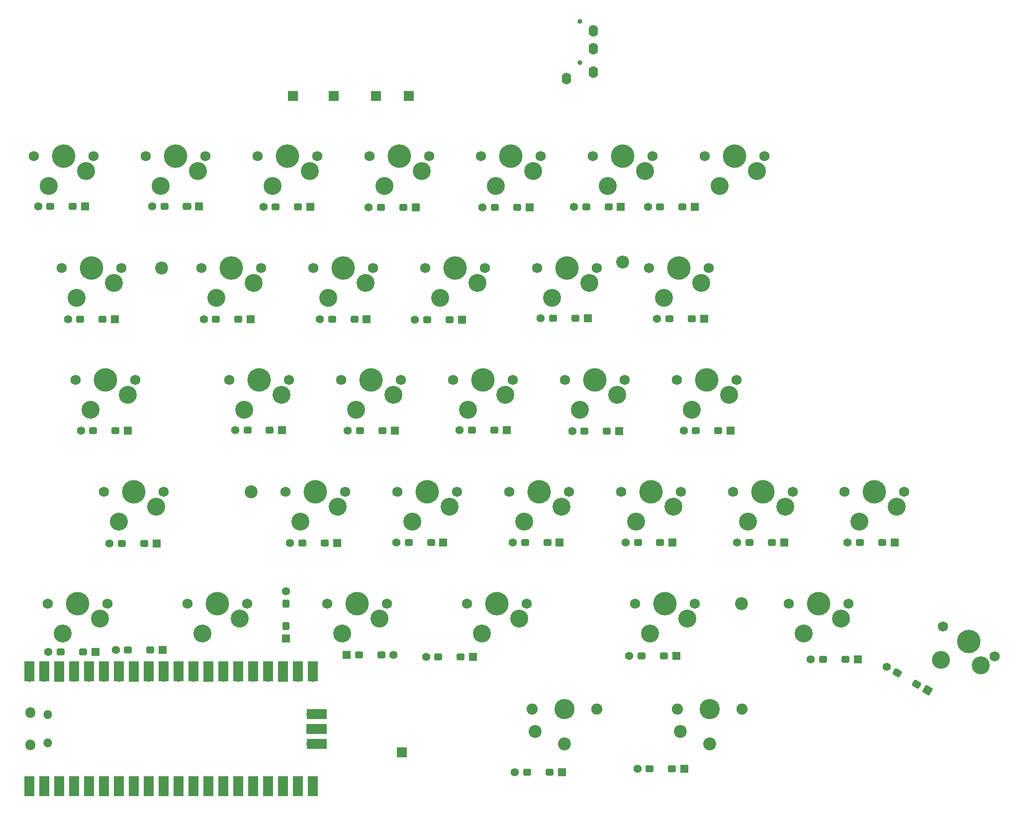
<source format=gbr>
%TF.GenerationSoftware,KiCad,Pcbnew,8.0.7*%
%TF.CreationDate,2025-06-02T16:21:18+02:00*%
%TF.ProjectId,pcb_keyboard_sx,7063625f-6b65-4796-926f-6172645f7378,rev?*%
%TF.SameCoordinates,Original*%
%TF.FileFunction,Soldermask,Top*%
%TF.FilePolarity,Negative*%
%FSLAX46Y46*%
G04 Gerber Fmt 4.6, Leading zero omitted, Abs format (unit mm)*
G04 Created by KiCad (PCBNEW 8.0.7) date 2025-06-02 16:21:18*
%MOMM*%
%LPD*%
G01*
G04 APERTURE LIST*
G04 Aperture macros list*
%AMRoundRect*
0 Rectangle with rounded corners*
0 $1 Rounding radius*
0 $2 $3 $4 $5 $6 $7 $8 $9 X,Y pos of 4 corners*
0 Add a 4 corners polygon primitive as box body*
4,1,4,$2,$3,$4,$5,$6,$7,$8,$9,$2,$3,0*
0 Add four circle primitives for the rounded corners*
1,1,$1+$1,$2,$3*
1,1,$1+$1,$4,$5*
1,1,$1+$1,$6,$7*
1,1,$1+$1,$8,$9*
0 Add four rect primitives between the rounded corners*
20,1,$1+$1,$2,$3,$4,$5,0*
20,1,$1+$1,$4,$5,$6,$7,0*
20,1,$1+$1,$6,$7,$8,$9,0*
20,1,$1+$1,$8,$9,$2,$3,0*%
%AMRotRect*
0 Rectangle, with rotation*
0 The origin of the aperture is its center*
0 $1 length*
0 $2 width*
0 $3 Rotation angle, in degrees counterclockwise*
0 Add horizontal line*
21,1,$1,$2,0,0,$3*%
G04 Aperture macros list end*
%ADD10R,1.700000X1.700000*%
%ADD11C,1.750000*%
%ADD12C,3.050000*%
%ADD13C,4.000000*%
%ADD14O,1.800000X1.800000*%
%ADD15O,1.500000X1.500000*%
%ADD16O,1.700000X1.700000*%
%ADD17R,1.700000X3.500000*%
%ADD18R,3.500000X1.700000*%
%ADD19C,0.800000*%
%ADD20O,1.600000X2.000000*%
%ADD21C,1.900000*%
%ADD22C,3.450000*%
%ADD23C,2.200000*%
%ADD24R,1.400000X1.400000*%
%ADD25RoundRect,0.300000X0.450000X0.300000X-0.450000X0.300000X-0.450000X-0.300000X0.450000X-0.300000X0*%
%ADD26RoundRect,0.300000X0.400000X0.300000X-0.400000X0.300000X-0.400000X-0.300000X0.400000X-0.300000X0*%
%ADD27C,1.400000*%
%ADD28RotRect,1.400000X1.400000X150.000000*%
%ADD29RoundRect,0.300000X0.496410X0.059808X-0.196410X0.459808X-0.496410X-0.059808X0.196410X-0.459808X0*%
%ADD30RoundRect,0.300000X-0.400000X-0.300000X0.400000X-0.300000X0.400000X0.300000X-0.400000X0.300000X0*%
%ADD31RoundRect,0.300000X0.300000X-0.400000X0.300000X0.400000X-0.300000X0.400000X-0.300000X-0.400000X0*%
G04 APERTURE END LIST*
D10*
%TO.C,TP2*%
X69744000Y-36747000D03*
%TD*%
D11*
%TO.C,S34*%
X173829000Y-104157000D03*
D12*
X172559000Y-106697000D03*
D13*
X168749000Y-104157000D03*
D12*
X166209000Y-109237000D03*
D11*
X163669000Y-104157000D03*
%TD*%
D10*
%TO.C,TP4*%
X89495000Y-36788000D03*
%TD*%
D11*
%TO.C,S17*%
X102429000Y-66067000D03*
D12*
X101159000Y-68607000D03*
D13*
X97349000Y-66067000D03*
D12*
X94809000Y-71147000D03*
D11*
X92269000Y-66067000D03*
%TD*%
%TO.C,S8*%
X64349000Y-66067000D03*
D12*
X63079000Y-68607000D03*
D13*
X59269000Y-66067000D03*
D12*
X56729000Y-71147000D03*
D11*
X54189000Y-66067000D03*
%TD*%
%TO.C,S3*%
X42927750Y-85107000D03*
D12*
X41657750Y-87647000D03*
D13*
X37847750Y-85107000D03*
D12*
X35307750Y-90187000D03*
D11*
X32767750Y-85107000D03*
%TD*%
%TO.C,S11*%
X78629000Y-104157000D03*
D12*
X77359000Y-106697000D03*
D13*
X73549000Y-104157000D03*
D12*
X71009000Y-109237000D03*
D11*
X68469000Y-104157000D03*
%TD*%
%TO.C,S4*%
X38165250Y-123187000D03*
D12*
X36895250Y-125727000D03*
D13*
X33085250Y-123187000D03*
D12*
X30545250Y-128267000D03*
D11*
X28005250Y-123187000D03*
%TD*%
%TO.C,S13*%
X85765250Y-123187000D03*
D12*
X84495250Y-125727000D03*
D13*
X80685250Y-123187000D03*
D12*
X78145250Y-128267000D03*
D11*
X75605250Y-123187000D03*
%TD*%
%TO.C,S16*%
X97669000Y-104157000D03*
D12*
X96399000Y-106697000D03*
D13*
X92589000Y-104157000D03*
D12*
X90049000Y-109237000D03*
D11*
X87509000Y-104157000D03*
%TD*%
D14*
%TO.C,U1*%
X25004000Y-147242000D03*
D15*
X28034000Y-146942000D03*
X28034000Y-142092000D03*
D14*
X25004000Y-141792000D03*
D16*
X24874000Y-153407000D03*
D17*
X24874000Y-154307000D03*
D16*
X27414000Y-153407000D03*
D17*
X27414000Y-154307000D03*
D10*
X29954000Y-153407000D03*
D17*
X29954000Y-154307000D03*
D16*
X32494000Y-153407000D03*
D17*
X32494000Y-154307000D03*
D16*
X35034000Y-153407000D03*
D17*
X35034000Y-154307000D03*
D16*
X37574000Y-153407000D03*
D17*
X37574000Y-154307000D03*
D16*
X40114000Y-153407000D03*
D17*
X40114000Y-154307000D03*
D10*
X42654000Y-153407000D03*
D17*
X42654000Y-154307000D03*
D16*
X45194000Y-153407000D03*
D17*
X45194000Y-154307000D03*
D16*
X47734000Y-153407000D03*
D17*
X47734000Y-154307000D03*
D16*
X50274000Y-153407000D03*
D17*
X50274000Y-154307000D03*
D16*
X52814000Y-153407000D03*
D17*
X52814000Y-154307000D03*
D10*
X55354000Y-153407000D03*
D17*
X55354000Y-154307000D03*
D16*
X57894000Y-153407000D03*
D17*
X57894000Y-154307000D03*
D16*
X60434000Y-153407000D03*
D17*
X60434000Y-154307000D03*
D16*
X62974000Y-153407000D03*
D17*
X62974000Y-154307000D03*
D16*
X65514000Y-153407000D03*
D17*
X65514000Y-154307000D03*
D10*
X68054000Y-153407000D03*
D17*
X68054000Y-154307000D03*
D16*
X70594000Y-153407000D03*
D17*
X70594000Y-154307000D03*
D16*
X73134000Y-153407000D03*
D17*
X73134000Y-154307000D03*
D16*
X73134000Y-135627000D03*
D17*
X73134000Y-134727000D03*
D16*
X70594000Y-135627000D03*
D17*
X70594000Y-134727000D03*
D10*
X68054000Y-135627000D03*
D17*
X68054000Y-134727000D03*
D16*
X65514000Y-135627000D03*
D17*
X65514000Y-134727000D03*
D16*
X62974000Y-135627000D03*
D17*
X62974000Y-134727000D03*
D16*
X60434000Y-135627000D03*
D17*
X60434000Y-134727000D03*
D16*
X57894000Y-135627000D03*
D17*
X57894000Y-134727000D03*
D10*
X55354000Y-135627000D03*
D17*
X55354000Y-134727000D03*
D16*
X52814000Y-135627000D03*
D17*
X52814000Y-134727000D03*
D16*
X50274000Y-135627000D03*
D17*
X50274000Y-134727000D03*
D16*
X47734000Y-135627000D03*
D17*
X47734000Y-134727000D03*
D16*
X45194000Y-135627000D03*
D17*
X45194000Y-134727000D03*
D10*
X42654000Y-135627000D03*
D17*
X42654000Y-134727000D03*
D16*
X40114000Y-135627000D03*
D17*
X40114000Y-134727000D03*
D16*
X37574000Y-135627000D03*
D17*
X37574000Y-134727000D03*
D16*
X35034000Y-135627000D03*
D17*
X35034000Y-134727000D03*
D16*
X32494000Y-135627000D03*
D17*
X32494000Y-134727000D03*
D10*
X29954000Y-135627000D03*
D17*
X29954000Y-134727000D03*
D16*
X27414000Y-135627000D03*
D17*
X27414000Y-134727000D03*
D16*
X24874000Y-135627000D03*
D17*
X24874000Y-134727000D03*
D16*
X72904000Y-147057000D03*
D18*
X73804000Y-147057000D03*
D10*
X72904000Y-144517000D03*
D18*
X73804000Y-144517000D03*
D16*
X72904000Y-141977000D03*
D18*
X73804000Y-141977000D03*
%TD*%
D11*
%TO.C,S21*%
X109565250Y-123187000D03*
D12*
X108295250Y-125727000D03*
D13*
X104485250Y-123187000D03*
D12*
X101945250Y-128267000D03*
D11*
X99405250Y-123187000D03*
%TD*%
%TO.C,S22*%
X116709000Y-104157000D03*
D12*
X115439000Y-106697000D03*
D13*
X111629000Y-104157000D03*
D12*
X109089000Y-109237000D03*
D11*
X106549000Y-104157000D03*
%TD*%
%TO.C,S7*%
X61965250Y-123187000D03*
D12*
X60695250Y-125727000D03*
D13*
X56885250Y-123187000D03*
D12*
X54345250Y-128267000D03*
D11*
X51805250Y-123187000D03*
%TD*%
%TO.C,S5*%
X47690250Y-104157000D03*
D12*
X46420250Y-106697000D03*
D13*
X42610250Y-104157000D03*
D12*
X40070250Y-109237000D03*
D11*
X37530250Y-104157000D03*
%TD*%
%TO.C,S27*%
X135749000Y-104157000D03*
D12*
X134479000Y-106697000D03*
D13*
X130669000Y-104157000D03*
D12*
X128129000Y-109237000D03*
D11*
X125589000Y-104157000D03*
%TD*%
%TO.C,S28*%
X140509000Y-66067000D03*
D12*
X139239000Y-68607000D03*
D13*
X135429000Y-66067000D03*
D12*
X132889000Y-71147000D03*
D11*
X130349000Y-66067000D03*
%TD*%
D19*
%TO.C,U2*%
X118599000Y-24102000D03*
X118599000Y-31102000D03*
D20*
X116299000Y-33802000D03*
X120899000Y-32702000D03*
X120899000Y-28702000D03*
X120899000Y-25702000D03*
%TD*%
D21*
%TO.C,S29*%
X146199000Y-141202000D03*
D22*
X140699000Y-141202000D03*
D21*
X135199000Y-141202000D03*
D23*
X140699000Y-147102000D03*
X135699000Y-145002000D03*
%TD*%
D21*
%TO.C,S20*%
X121449000Y-141202000D03*
D22*
X115949000Y-141202000D03*
D21*
X110449000Y-141202000D03*
D23*
X115949000Y-147102000D03*
X110949000Y-145002000D03*
%TD*%
%TO.C,H3*%
X62621000Y-104157000D03*
%TD*%
D11*
%TO.C,S23*%
X121469000Y-66067000D03*
D12*
X120199000Y-68607000D03*
D13*
X116389000Y-66067000D03*
D12*
X113849000Y-71147000D03*
D11*
X111309000Y-66067000D03*
%TD*%
%TO.C,S32*%
X154789000Y-104157000D03*
D12*
X153519000Y-106697000D03*
D13*
X149709000Y-104157000D03*
D12*
X147169000Y-109237000D03*
D11*
X144629000Y-104157000D03*
%TD*%
%TO.C,S9*%
X69104000Y-85107000D03*
D12*
X67834000Y-87647000D03*
D13*
X64024000Y-85107000D03*
D12*
X61484000Y-90187000D03*
D11*
X58944000Y-85107000D03*
%TD*%
%TO.C,S2*%
X40546500Y-66057000D03*
D12*
X39276500Y-68597000D03*
D13*
X35466500Y-66057000D03*
D12*
X32926500Y-71137000D03*
D11*
X30386500Y-66057000D03*
%TD*%
D23*
%TO.C,H2*%
X125914000Y-65067000D03*
%TD*%
%TO.C,H1*%
X47367500Y-66057000D03*
%TD*%
D24*
%TO.C,D6*%
X53774000Y-55537000D03*
D25*
X51724000Y-55537000D03*
D26*
X47874000Y-55537000D03*
D27*
X45774000Y-55537000D03*
%TD*%
D11*
%TO.C,S19*%
X111944000Y-47017000D03*
D12*
X110674000Y-49557000D03*
D13*
X106864000Y-47017000D03*
D12*
X104324000Y-52097000D03*
D11*
X101784000Y-47017000D03*
%TD*%
%TO.C,S18*%
X107184000Y-85107000D03*
D12*
X105914000Y-87647000D03*
D13*
X102104000Y-85107000D03*
D12*
X99564000Y-90187000D03*
D11*
X97024000Y-85107000D03*
%TD*%
%TO.C,S12*%
X83389000Y-66067000D03*
D12*
X82119000Y-68607000D03*
D13*
X78309000Y-66067000D03*
D12*
X75769000Y-71147000D03*
D11*
X73229000Y-66067000D03*
%TD*%
%TO.C,S10*%
X73864000Y-47017000D03*
D12*
X72594000Y-49557000D03*
D13*
X68784000Y-47017000D03*
D12*
X66244000Y-52097000D03*
D11*
X63704000Y-47017000D03*
%TD*%
%TO.C,S15*%
X92904000Y-47017000D03*
D12*
X91634000Y-49557000D03*
D13*
X87824000Y-47017000D03*
D12*
X85284000Y-52097000D03*
D11*
X82744000Y-47017000D03*
%TD*%
%TO.C,S26*%
X138127750Y-123187000D03*
D12*
X136857750Y-125727000D03*
D13*
X133047750Y-123187000D03*
D12*
X130507750Y-128267000D03*
D11*
X127967750Y-123187000D03*
%TD*%
%TO.C,S25*%
X130984000Y-47017000D03*
D12*
X129714000Y-49557000D03*
D13*
X125904000Y-47017000D03*
D12*
X123364000Y-52097000D03*
D11*
X120824000Y-47017000D03*
%TD*%
%TO.C,S30*%
X145264000Y-85107000D03*
D12*
X143994000Y-87647000D03*
D13*
X140184000Y-85107000D03*
D12*
X137644000Y-90187000D03*
D11*
X135104000Y-85107000D03*
%TD*%
%TO.C,S1*%
X35784000Y-47017000D03*
D12*
X34514000Y-49557000D03*
D13*
X30704000Y-47017000D03*
D12*
X28164000Y-52097000D03*
D11*
X25624000Y-47017000D03*
%TD*%
%TO.C,S33*%
X164304000Y-123187000D03*
D12*
X163034000Y-125727000D03*
D13*
X159224000Y-123187000D03*
D12*
X156684000Y-128267000D03*
D11*
X154144000Y-123187000D03*
%TD*%
%TO.C,S14*%
X88144000Y-85107000D03*
D12*
X86874000Y-87647000D03*
D13*
X83064000Y-85107000D03*
D12*
X80524000Y-90187000D03*
D11*
X77984000Y-85107000D03*
%TD*%
D10*
%TO.C,TP1*%
X76674000Y-36767000D03*
%TD*%
%TO.C,TP3*%
X83845000Y-36788000D03*
%TD*%
D11*
%TO.C,S6*%
X54824000Y-47017000D03*
D12*
X53554000Y-49557000D03*
D13*
X49744000Y-47017000D03*
D12*
X47204000Y-52097000D03*
D11*
X44664000Y-47017000D03*
%TD*%
%TO.C,S24*%
X126224000Y-85107000D03*
D12*
X124954000Y-87647000D03*
D13*
X121144000Y-85107000D03*
D12*
X118604000Y-90187000D03*
D11*
X116064000Y-85107000D03*
%TD*%
D23*
%TO.C,H4*%
X146135750Y-123187000D03*
%TD*%
D11*
%TO.C,S35*%
X189185409Y-132165000D03*
D12*
X186815557Y-133729705D03*
D13*
X184786000Y-129625000D03*
D12*
X180046295Y-132754409D03*
D11*
X180386591Y-127085000D03*
%TD*%
%TO.C,S31*%
X150024000Y-47017000D03*
D12*
X148754000Y-49557000D03*
D13*
X144944000Y-47017000D03*
D12*
X142404000Y-52097000D03*
D11*
X139864000Y-47017000D03*
%TD*%
D24*
%TO.C,D36*%
X36111500Y-131418250D03*
D26*
X34011500Y-131418250D03*
X30211500Y-131418250D03*
D27*
X28111500Y-131418250D03*
%TD*%
D24*
%TO.C,D12*%
X82314000Y-74787000D03*
D26*
X80214000Y-74787000D03*
X76414000Y-74787000D03*
D27*
X74314000Y-74787000D03*
%TD*%
D24*
%TO.C,D33*%
X165914000Y-132657000D03*
D26*
X163814000Y-132657000D03*
X160014000Y-132657000D03*
D27*
X157914000Y-132657000D03*
%TD*%
D24*
%TO.C,D16*%
X95344000Y-112767000D03*
D26*
X93244000Y-112767000D03*
X89444000Y-112767000D03*
D27*
X87344000Y-112767000D03*
%TD*%
D24*
%TO.C,D15*%
X90651500Y-55768250D03*
D26*
X88551500Y-55768250D03*
X84751500Y-55768250D03*
D27*
X82651500Y-55768250D03*
%TD*%
D24*
%TO.C,D28*%
X139734000Y-74697000D03*
D26*
X137634000Y-74697000D03*
X133834000Y-74697000D03*
D27*
X131734000Y-74697000D03*
%TD*%
D24*
%TO.C,D9*%
X67904000Y-93697000D03*
D26*
X65804000Y-93697000D03*
X62004000Y-93697000D03*
D27*
X59904000Y-93697000D03*
%TD*%
D24*
%TO.C,D30*%
X144251500Y-93728250D03*
D26*
X142151500Y-93728250D03*
X138351500Y-93728250D03*
D27*
X136251500Y-93728250D03*
%TD*%
D24*
%TO.C,D3*%
X41644000Y-93727000D03*
D26*
X39544000Y-93727000D03*
X35744000Y-93727000D03*
D27*
X33644000Y-93727000D03*
%TD*%
D24*
%TO.C,D27*%
X134364000Y-112817000D03*
D26*
X132264000Y-112817000D03*
X128464000Y-112817000D03*
D27*
X126364000Y-112817000D03*
%TD*%
D24*
%TO.C,D11*%
X77244000Y-112847000D03*
D26*
X75144000Y-112847000D03*
X71344000Y-112847000D03*
D27*
X69244000Y-112847000D03*
%TD*%
D24*
%TO.C,D2*%
X39431500Y-74788250D03*
D26*
X37331500Y-74788250D03*
X33531500Y-74788250D03*
D27*
X31431500Y-74788250D03*
%TD*%
D28*
%TO.C,D35*%
X177733550Y-137957000D03*
D29*
X175914896Y-136907000D03*
X172624000Y-135007000D03*
D27*
X170805346Y-133957000D03*
%TD*%
D24*
%TO.C,D22*%
X115151500Y-112768250D03*
D26*
X113051500Y-112768250D03*
X109251500Y-112768250D03*
D27*
X107151500Y-112768250D03*
%TD*%
D24*
%TO.C,D18*%
X106114000Y-93677000D03*
D26*
X104014000Y-93677000D03*
X100214000Y-93677000D03*
D27*
X98114000Y-93677000D03*
%TD*%
D24*
%TO.C,D26*%
X135001500Y-132088250D03*
D26*
X132901500Y-132088250D03*
X129101500Y-132088250D03*
D27*
X127001500Y-132088250D03*
%TD*%
D24*
%TO.C,D14*%
X87064000Y-93767000D03*
D26*
X84964000Y-93767000D03*
X81164000Y-93767000D03*
D27*
X79064000Y-93767000D03*
%TD*%
D24*
%TO.C,D17*%
X98494000Y-74877000D03*
D26*
X96394000Y-74877000D03*
X92594000Y-74877000D03*
D27*
X90494000Y-74877000D03*
%TD*%
D24*
%TO.C,D32*%
X153384000Y-112817000D03*
D26*
X151284000Y-112817000D03*
X147484000Y-112817000D03*
D27*
X145384000Y-112817000D03*
%TD*%
D24*
%TO.C,D1*%
X34354000Y-55567000D03*
D26*
X32254000Y-55567000D03*
X28454000Y-55567000D03*
D27*
X26354000Y-55567000D03*
%TD*%
D24*
%TO.C,D8*%
X62544000Y-74787000D03*
D26*
X60444000Y-74787000D03*
X56644000Y-74787000D03*
D27*
X54544000Y-74787000D03*
%TD*%
D24*
%TO.C,D13*%
X78884000Y-131957000D03*
D30*
X80984000Y-131957000D03*
X84784000Y-131957000D03*
D27*
X86884000Y-131957000D03*
%TD*%
D24*
%TO.C,D7*%
X68532750Y-129114500D03*
D31*
X68532750Y-127014500D03*
X68532750Y-123214500D03*
D27*
X68532750Y-121114500D03*
%TD*%
D24*
%TO.C,D24*%
X125284000Y-93797000D03*
D26*
X123184000Y-93797000D03*
X119384000Y-93797000D03*
D27*
X117284000Y-93797000D03*
%TD*%
D24*
%TO.C,D4*%
X47561500Y-131068250D03*
D26*
X45461500Y-131068250D03*
X41661500Y-131068250D03*
D27*
X39561500Y-131068250D03*
%TD*%
D24*
%TO.C,D25*%
X125564000Y-55687000D03*
D26*
X123464000Y-55687000D03*
X119664000Y-55687000D03*
D27*
X117564000Y-55687000D03*
%TD*%
D24*
%TO.C,D29*%
X136374000Y-151307000D03*
D26*
X134274000Y-151307000D03*
X130474000Y-151307000D03*
D27*
X128374000Y-151307000D03*
%TD*%
D24*
%TO.C,D23*%
X119934000Y-74597000D03*
D26*
X117834000Y-74597000D03*
X114034000Y-74597000D03*
D27*
X111934000Y-74597000D03*
%TD*%
D24*
%TO.C,D5*%
X46531699Y-112935035D03*
D26*
X44431699Y-112935035D03*
X40631699Y-112935035D03*
D27*
X38531699Y-112935035D03*
%TD*%
D24*
%TO.C,D21*%
X100403000Y-132267000D03*
D26*
X98303000Y-132267000D03*
X94503000Y-132267000D03*
D27*
X92403000Y-132267000D03*
%TD*%
D24*
%TO.C,D20*%
X115541500Y-151918250D03*
D26*
X113441500Y-151918250D03*
X109641500Y-151918250D03*
D27*
X107541500Y-151918250D03*
%TD*%
D24*
%TO.C,D31*%
X138161500Y-55628250D03*
D26*
X136061500Y-55628250D03*
X132261500Y-55628250D03*
D27*
X130161500Y-55628250D03*
%TD*%
D24*
%TO.C,D19*%
X110024000Y-55707000D03*
D26*
X107924000Y-55707000D03*
X104124000Y-55707000D03*
D27*
X102024000Y-55707000D03*
%TD*%
D10*
%TO.C,TP5*%
X88254000Y-148517000D03*
%TD*%
D24*
%TO.C,D34*%
X172181500Y-112818250D03*
D26*
X170081500Y-112818250D03*
X166281500Y-112818250D03*
D27*
X164181500Y-112818250D03*
%TD*%
D24*
%TO.C,D10*%
X72704000Y-55667000D03*
D26*
X70604000Y-55667000D03*
X66804000Y-55667000D03*
D27*
X64704000Y-55667000D03*
%TD*%
M02*

</source>
